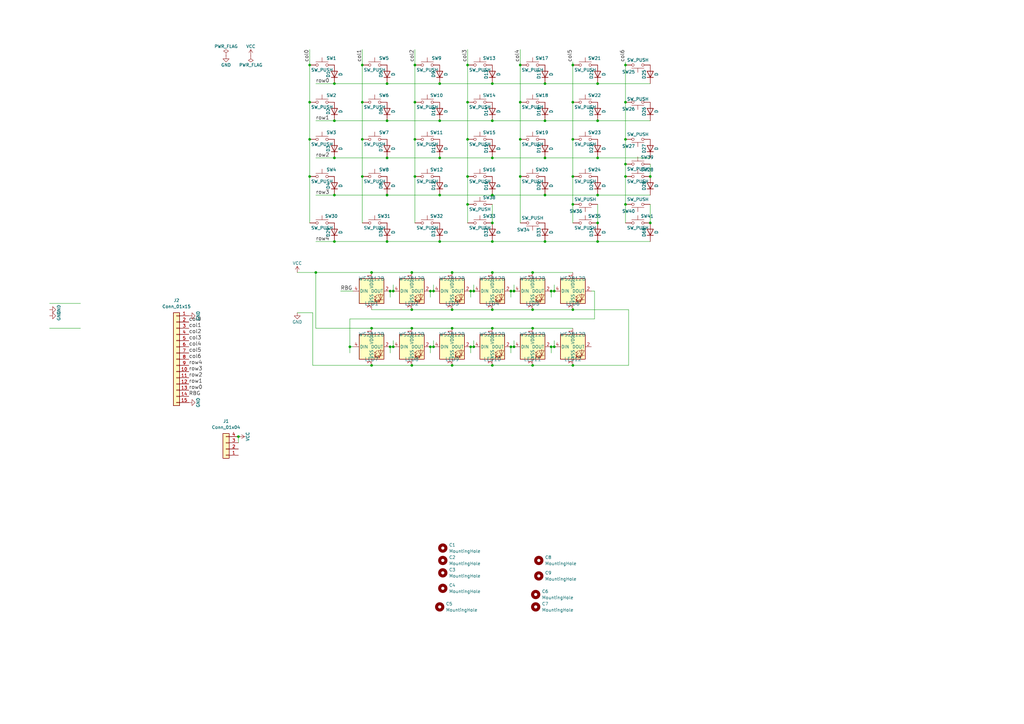
<source format=kicad_sch>
(kicad_sch (version 20211123) (generator eeschema)
  (paper "A3")
  (title_block (title "Dash") (rev "1.0.0-alpha") (company "omkbd"))
  (lib_symbols
    (symbol "Connector_Generic:Conn_01x04" (pin_names (offset 1.016) hide)
      (property "Reference" "J" (at 0 5.08 0))
      (property "Value" "Conn_01x04" (at 0 -7.62 0))
      (symbol "Conn_01x04_1_1"
        (rectangle (start -1.27 -4.953) (end 0 -5.207) (stroke (width 0.1524)))
        (rectangle (start -1.27 -2.413) (end 0 -2.667) (stroke (width 0.1524)))
        (rectangle (start -1.27 0.127) (end 0 -0.127) (stroke (width 0.1524)))
        (rectangle (start -1.27 2.667) (end 0 2.413) (stroke (width 0.1524)))
        (rectangle (start -1.27 3.81) (end 1.27 -6.35) (stroke (width 0.254)) (fill (type background)))
        (pin passive line (at -5.08 2.54 0) (length 3.81) (name "Pin_1") (number "1"))
        (pin passive line (at -5.08 0 0) (length 3.81) (name "Pin_2") (number "2"))
        (pin passive line (at -5.08 -2.54 0) (length 3.81) (name "Pin_3") (number "3"))
        (pin passive line (at -5.08 -5.08 0) (length 3.81) (name "Pin_4") (number "4"))
      )
    )
    (symbol "Connector_Generic:Conn_01x15" (pin_names (offset 1.016) hide)
      (property "Reference" "J" (at 0 20.32 0))
      (property "Value" "Conn_01x15" (at 0 -20.32 0))
      (symbol "Conn_01x15_1_1"
        (rectangle (start -1.27 -17.653) (end 0 -17.907) (stroke (width 0.1524)))
        (rectangle (start -1.27 -15.113) (end 0 -15.367) (stroke (width 0.1524)))
        (rectangle (start -1.27 -12.573) (end 0 -12.827) (stroke (width 0.1524)))
        (rectangle (start -1.27 -10.033) (end 0 -10.287) (stroke (width 0.1524)))
        (rectangle (start -1.27 -7.493) (end 0 -7.747) (stroke (width 0.1524)))
        (rectangle (start -1.27 -4.953) (end 0 -5.207) (stroke (width 0.1524)))
        (rectangle (start -1.27 -2.413) (end 0 -2.667) (stroke (width 0.1524)))
        (rectangle (start -1.27 0.127) (end 0 -0.127) (stroke (width 0.1524)))
        (rectangle (start -1.27 2.667) (end 0 2.413) (stroke (width 0.1524)))
        (rectangle (start -1.27 5.207) (end 0 4.953) (stroke (width 0.1524)))
        (rectangle (start -1.27 7.747) (end 0 7.493) (stroke (width 0.1524)))
        (rectangle (start -1.27 10.287) (end 0 10.033) (stroke (width 0.1524)))
        (rectangle (start -1.27 12.827) (end 0 12.573) (stroke (width 0.1524)))
        (rectangle (start -1.27 15.367) (end 0 15.113) (stroke (width 0.1524)))
        (rectangle (start -1.27 17.907) (end 0 17.653) (stroke (width 0.1524)))
        (rectangle (start -1.27 19.05) (end 1.27 -19.05) (stroke (width 0.254)) (fill (type background)))
        (pin passive line (at -5.08 17.78 0) (length 3.81) (name "Pin_1") (number "1"))
        (pin passive line (at -5.08 -5.08 0) (length 3.81) (name "Pin_10") (number "10"))
        (pin passive line (at -5.08 -7.62 0) (length 3.81) (name "Pin_11") (number "11"))
        (pin passive line (at -5.08 -10.16 0) (length 3.81) (name "Pin_12") (number "12"))
        (pin passive line (at -5.08 -12.7 0) (length 3.81) (name "Pin_13") (number "13"))
        (pin passive line (at -5.08 -15.24 0) (length 3.81) (name "Pin_14") (number "14"))
        (pin passive line (at -5.08 -17.78 0) (length 3.81) (name "Pin_15") (number "15"))
        (pin passive line (at -5.08 15.24 0) (length 3.81) (name "Pin_2") (number "2"))
        (pin passive line (at -5.08 12.7 0) (length 3.81) (name "Pin_3") (number "3"))
        (pin passive line (at -5.08 10.16 0) (length 3.81) (name "Pin_4") (number "4"))
        (pin passive line (at -5.08 7.62 0) (length 3.81) (name "Pin_5") (number "5"))
        (pin passive line (at -5.08 5.08 0) (length 3.81) (name "Pin_6") (number "6"))
        (pin passive line (at -5.08 2.54 0) (length 3.81) (name "Pin_7") (number "7"))
        (pin passive line (at -5.08 0 0) (length 3.81) (name "Pin_8") (number "8"))
        (pin passive line (at -5.08 -2.54 0) (length 3.81) (name "Pin_9") (number "9"))
      )
    )
    (symbol "Device:D" (pin_numbers hide) (pin_names (offset 1.016) hide)
      (property "Reference" "D" (at 0 2.54 0))
      (property "Value" "D" (at 0 -2.54 0))
      (symbol "D_0_1"
        (polyline (pts (xy -1.27 1.27) (xy -1.27 -1.27)) (stroke (width 0.254)))
        (polyline (pts (xy 1.27 0) (xy -1.27 0)))
        (polyline (pts (xy 1.27 1.27) (xy 1.27 -1.27) (xy -1.27 0) (xy 1.27 1.27)) (stroke (width 0.254)))
      )
      (symbol "D_1_1"
        (pin passive line (at -3.81 0 0) (length 2.54) (name "K") (number "1"))
        (pin passive line (at 3.81 0 180) (length 2.54) (name "A") (number "2"))
      )
    )
    (symbol "LED:WS2812B" (pin_names (offset 0.254))
      (property "Reference" "D" (at 5.08 5.715 0))
      (property "Value" "WS2812B" (at 1.27 -5.715 0))
      (symbol "WS2812B_0_0"
        (text "RGB" (at 2.286 -4.191 0) (effects (font (size 0.762 0.762))))
      )
      (symbol "WS2812B_0_1"
        (polyline (pts (xy 1.27 -3.556) (xy 1.778 -3.556)))
        (polyline (pts (xy 1.27 -2.54) (xy 1.778 -2.54)))
        (polyline (pts (xy 4.699 -3.556) (xy 2.667 -3.556)))
        (polyline (pts (xy 2.286 -2.54) (xy 1.27 -3.556) (xy 1.27 -3.048)))
        (polyline (pts (xy 2.286 -1.524) (xy 1.27 -2.54) (xy 1.27 -2.032)))
        (polyline (pts (xy 3.683 -1.016) (xy 3.683 -3.556) (xy 3.683 -4.064)))
        (polyline (pts (xy 4.699 -1.524) (xy 2.667 -1.524) (xy 3.683 -3.556) (xy 4.699 -1.524)))
        (rectangle (start 5.08 5.08) (end -5.08 -5.08) (stroke (width 0.254)) (fill (type background)))
      )
      (symbol "WS2812B_1_1"
        (pin power_in line (at 0 7.62 270) (length 2.54) (name "VDD") (number "1"))
        (pin output line (at 7.62 0 180) (length 2.54) (name "DOUT") (number "2"))
        (pin power_in line (at 0 -7.62 90) (length 2.54) (name "VSS") (number "3"))
        (pin input line (at -7.62 0 0) (length 2.54) (name "DIN") (number "4"))
      )
    )
    (symbol "Mechanical:MountingHole" (pin_names (offset 1.016))
      (property "Reference" "H" (at 0 5.08 0))
      (property "Value" "MountingHole" (at 0 3.175 0))
      (symbol "MountingHole_0_1"
        (circle (center 0 0) (radius 1.27) (stroke (width 1.27)))
      )
    )
    (symbol "Switch:SW_Push" (pin_numbers hide) (pin_names (offset 1.016) hide)
      (property "Reference" "SW" (at 1.27 2.54 0))
      (property "Value" "SW_Push" (at 0 -1.524 0))
      (symbol "SW_Push_0_1"
        (circle (center -2.032 0) (radius 0.508))
        (polyline (pts (xy 0 1.27) (xy 0 3.048)))
        (polyline (pts (xy 2.54 1.27) (xy -2.54 1.27)))
        (circle (center 2.032 0) (radius 0.508))
        (pin passive line (at -5.08 0 0) (length 2.54) (name "1") (number "1"))
        (pin passive line (at 5.08 0 180) (length 2.54) (name "2") (number "2"))
      )
    )
    (symbol "power:GND" (power) (pin_names (offset 0))
      (property "Value" "GND" (at 0 -3.81 0))
      (symbol "GND_0_1"
        (polyline (pts (xy 0 0) (xy 0 -1.27) (xy 1.27 -1.27) (xy 0 -2.54) (xy -1.27 -1.27) (xy 0 -1.27)))
      )
      (symbol "GND_1_1"
        (pin power_in line (at 0 0 270) (length 0) hide (name "GND") (number "1"))
      )
    )
    (symbol "power:PWR_FLAG" (power) (pin_numbers hide) (pin_names (offset 0) hide)
      (property "Value" "PWR_FLAG" (at 0 3.81 0))
      (symbol "PWR_FLAG_0_0"
        (pin power_out line (at 0 0 90) (length 0) (name "pwr") (number "1"))
      )
      (symbol "PWR_FLAG_0_1"
        (polyline (pts (xy 0 0) (xy 0 1.27) (xy -1.016 1.905) (xy 0 2.54) (xy 1.016 1.905) (xy 0 1.27)))
      )
    )
    (symbol "power:VCC" (power) (pin_names (offset 0))
      (property "Value" "VCC" (at 0 3.81 0))
      (symbol "VCC_0_1"
        (polyline (pts (xy -0.762 1.27) (xy 0 2.54)))
        (polyline (pts (xy 0 0) (xy 0 2.54)))
        (polyline (pts (xy 0 2.54) (xy 0.762 1.27)))
      )
      (symbol "VCC_1_1"
        (pin power_in line (at 0 0 90) (length 0) hide (name "VCC") (number "1"))
      )
    )
  )
  (junction (at 148.59 41.91))
  (junction (at 170.18 41.91))
  (junction (at 223.52 64.77))
  (junction (at 152.4 149.86))
  (junction (at 170.18 72.39))
  (junction (at 143.51 142.24))
  (junction (at 218.44 134.62))
  (junction (at 137.16 34.29))
  (junction (at 234.95 41.91))
  (junction (at 176.53 142.24))
  (junction (at 234.95 83.82))
  (junction (at 137.16 99.06))
  (junction (at 180.34 64.77))
  (junction (at 185.42 111.76))
  (junction (at 223.52 80.01))
  (junction (at 160.02 142.24))
  (junction (at 137.16 49.53))
  (junction (at 170.18 57.15))
  (junction (at 266.7 72.39))
  (junction (at 161.29 142.24))
  (junction (at 210.82 119.38))
  (junction (at 218.44 111.76))
  (junction (at 209.55 142.24))
  (junction (at 185.42 134.62))
  (junction (at 201.93 80.01))
  (junction (at 127 57.15))
  (junction (at 158.75 99.06))
  (junction (at 209.55 119.38))
  (junction (at 191.77 41.91))
  (junction (at 152.4 134.62))
  (junction (at 193.04 142.24))
  (junction (at 180.34 99.06))
  (junction (at 191.77 83.82))
  (junction (at 266.7 91.44))
  (junction (at 127 26.67))
  (junction (at 245.11 80.01))
  (junction (at 193.04 119.38))
  (junction (at 245.11 64.77))
  (junction (at 256.54 57.15))
  (junction (at 180.34 34.29))
  (junction (at 168.91 134.62))
  (junction (at 223.52 49.53))
  (junction (at 127 41.91))
  (junction (at 226.06 119.38))
  (junction (at 256.54 83.82))
  (junction (at 234.95 149.86))
  (junction (at 213.36 72.39))
  (junction (at 152.4 111.76))
  (junction (at 137.16 80.01))
  (junction (at 194.31 142.24))
  (junction (at 201.93 64.77))
  (junction (at 97.79 179.07))
  (junction (at 191.77 72.39))
  (junction (at 234.95 57.15))
  (junction (at 245.11 34.29))
  (junction (at 256.54 41.91))
  (junction (at 218.44 127))
  (junction (at 201.93 127))
  (junction (at 176.53 119.38))
  (junction (at 137.16 64.77))
  (junction (at 158.75 49.53))
  (junction (at 213.36 26.67))
  (junction (at 129.54 111.76))
  (junction (at 170.18 26.67))
  (junction (at 180.34 80.01))
  (junction (at 160.02 119.38))
  (junction (at 127 72.39))
  (junction (at 223.52 34.29))
  (junction (at 168.91 111.76))
  (junction (at 148.59 26.67))
  (junction (at 177.8 142.24))
  (junction (at 245.11 99.06))
  (junction (at 158.75 34.29))
  (junction (at 213.36 57.15))
  (junction (at 201.93 149.86))
  (junction (at 201.93 99.06))
  (junction (at 168.91 127))
  (junction (at 185.42 149.86))
  (junction (at 256.54 67.31))
  (junction (at 161.29 119.38))
  (junction (at 245.11 49.53))
  (junction (at 226.06 142.24))
  (junction (at 213.36 41.91))
  (junction (at 256.54 26.67))
  (junction (at 227.33 142.24))
  (junction (at 234.95 127))
  (junction (at 185.42 127))
  (junction (at 191.77 57.15))
  (junction (at 148.59 72.39))
  (junction (at 158.75 64.77))
  (junction (at 245.11 91.44))
  (junction (at 210.82 142.24))
  (junction (at 177.8 119.38))
  (junction (at 201.93 134.62))
  (junction (at 148.59 57.15))
  (junction (at 234.95 72.39))
  (junction (at 201.93 111.76))
  (junction (at 256.54 72.39))
  (junction (at 223.52 99.06))
  (junction (at 234.95 26.67))
  (junction (at 201.93 49.53))
  (junction (at 168.91 149.86))
  (junction (at 201.93 34.29))
  (junction (at 191.77 26.67))
  (junction (at 158.75 80.01))
  (junction (at 201.93 91.44))
  (junction (at 218.44 149.86))
  (junction (at 180.34 49.53))
  (junction (at 194.31 119.38))
  (junction (at 227.33 119.38))
  (wire (pts (xy 191.77 26.67) (xy 191.77 41.91)))
  (wire (pts (xy 201.93 34.29) (xy 223.52 34.29)))
  (wire (pts (xy 213.36 41.91) (xy 213.36 57.15)))
  (wire (pts (xy 160.02 119.38) (xy 160.02 121.92)))
  (wire (pts (xy 170.18 26.67) (xy 170.18 41.91)))
  (wire (pts (xy 201.93 80.01) (xy 223.52 80.01)))
  (wire (pts (xy 210.82 116.84) (xy 210.82 119.38)))
  (wire (pts (xy 201.93 111.76) (xy 218.44 111.76)))
  (wire (pts (xy 143.51 142.24) (xy 143.51 130.81)))
  (wire (pts (xy 193.04 119.38) (xy 193.04 121.92)))
  (wire (pts (xy 148.59 57.15) (xy 148.59 72.39)))
  (wire (pts (xy 161.29 119.38) (xy 160.02 119.38)))
  (wire (pts (xy 121.92 128.27) (xy 128.27 128.27)))
  (wire (pts (xy 129.54 34.29) (xy 137.16 34.29)))
  (wire (pts (xy 121.92 111.76) (xy 129.54 111.76)))
  (wire (pts (xy 129.54 80.01) (xy 137.16 80.01)))
  (wire (pts (xy 256.54 83.82) (xy 256.54 91.44)))
  (wire (pts (xy 223.52 64.77) (xy 245.11 64.77)))
  (wire (pts (xy 242.57 119.38) (xy 243.84 119.38)))
  (wire (pts (xy 257.81 149.86) (xy 257.81 127)))
  (wire (pts (xy 226.06 142.24) (xy 226.06 144.78)))
  (wire (pts (xy 201.93 134.62) (xy 218.44 134.62)))
  (wire (pts (xy 218.44 111.76) (xy 234.95 111.76)))
  (wire (pts (xy 127 57.15) (xy 127 72.39)))
  (wire (pts (xy 137.16 99.06) (xy 158.75 99.06)))
  (wire (pts (xy 234.95 72.39) (xy 234.95 83.82)))
  (wire (pts (xy 213.36 26.67) (xy 213.36 41.91)))
  (wire (pts (xy 176.53 119.38) (xy 176.53 121.92)))
  (wire (pts (xy 161.29 139.7) (xy 161.29 142.24)))
  (wire (pts (xy 127 41.91) (xy 127 57.15)))
  (wire (pts (xy 177.8 119.38) (xy 176.53 119.38)))
  (wire (pts (xy 129.54 64.77) (xy 137.16 64.77)))
  (wire (pts (xy 201.93 83.82) (xy 201.93 91.44)))
  (wire (pts (xy 143.51 144.78) (xy 143.51 142.24)))
  (wire (pts (xy 234.95 41.91) (xy 234.95 57.15)))
  (wire (pts (xy 128.27 149.86) (xy 152.4 149.86)))
  (wire (pts (xy 245.11 99.06) (xy 266.7 99.06)))
  (wire (pts (xy 143.51 130.81) (xy 243.84 130.81)))
  (wire (pts (xy 227.33 139.7) (xy 227.33 142.24)))
  (wire (pts (xy 128.27 128.27) (xy 128.27 149.86)))
  (wire (pts (xy 256.54 67.31) (xy 256.54 72.39)))
  (wire (pts (xy 194.31 142.24) (xy 193.04 142.24)))
  (wire (pts (xy 180.34 34.29) (xy 201.93 34.29)))
  (wire (pts (xy 234.95 26.67) (xy 234.95 41.91)))
  (wire (pts (xy 243.84 130.81) (xy 243.84 119.38)))
  (wire (pts (xy 223.52 99.06) (xy 245.11 99.06)))
  (wire (pts (xy 20.32 134.62) (xy 33.02 134.62)))
  (wire (pts (xy 177.8 139.7) (xy 177.8 142.24)))
  (wire (pts (xy 194.31 139.7) (xy 194.31 142.24)))
  (wire (pts (xy 177.8 142.24) (xy 176.53 142.24)))
  (wire (pts (xy 234.95 83.82) (xy 234.95 91.44)))
  (wire (pts (xy 210.82 139.7) (xy 210.82 142.24)))
  (wire (pts (xy 161.29 142.24) (xy 160.02 142.24)))
  (wire (pts (xy 180.34 49.53) (xy 201.93 49.53)))
  (wire (pts (xy 158.75 34.29) (xy 180.34 34.29)))
  (wire (pts (xy 218.44 149.86) (xy 234.95 149.86)))
  (wire (pts (xy 256.54 57.15) (xy 256.54 67.31)))
  (wire (pts (xy 148.59 20.32) (xy 148.59 26.67)))
  (wire (pts (xy 256.54 25.4) (xy 256.54 26.67)))
  (wire (pts (xy 191.77 41.91) (xy 191.77 57.15)))
  (wire (pts (xy 152.4 111.76) (xy 168.91 111.76)))
  (wire (pts (xy 127 20.32) (xy 127 26.67)))
  (wire (pts (xy 152.4 134.62) (xy 168.91 134.62)))
  (wire (pts (xy 185.42 111.76) (xy 201.93 111.76)))
  (wire (pts (xy 180.34 99.06) (xy 201.93 99.06)))
  (wire (pts (xy 158.75 64.77) (xy 180.34 64.77)))
  (wire (pts (xy 160.02 142.24) (xy 160.02 144.78)))
  (wire (pts (xy 223.52 49.53) (xy 245.11 49.53)))
  (wire (pts (xy 245.11 64.77) (xy 266.7 64.77)))
  (wire (pts (xy 158.75 49.53) (xy 180.34 49.53)))
  (wire (pts (xy 209.55 119.38) (xy 209.55 121.92)))
  (wire (pts (xy 201.93 127) (xy 218.44 127)))
  (wire (pts (xy 152.4 149.86) (xy 168.91 149.86)))
  (wire (pts (xy 176.53 142.24) (xy 176.53 144.78)))
  (wire (pts (xy 194.31 116.84) (xy 194.31 119.38)))
  (wire (pts (xy 139.7 119.38) (xy 144.78 119.38)))
  (wire (pts (xy 213.36 72.39) (xy 213.36 91.44)))
  (wire (pts (xy 234.95 149.86) (xy 257.81 149.86)))
  (wire (pts (xy 245.11 80.01) (xy 266.7 80.01)))
  (wire (pts (xy 256.54 72.39) (xy 256.54 83.82)))
  (wire (pts (xy 223.52 34.29) (xy 245.11 34.29)))
  (wire (pts (xy 137.16 64.77) (xy 158.75 64.77)))
  (wire (pts (xy 158.75 99.06) (xy 180.34 99.06)))
  (wire (pts (xy 234.95 25.4) (xy 234.95 26.67)))
  (wire (pts (xy 143.51 142.24) (xy 144.78 142.24)))
  (wire (pts (xy 168.91 134.62) (xy 185.42 134.62)))
  (wire (pts (xy 161.29 116.84) (xy 161.29 119.38)))
  (wire (pts (xy 152.4 127) (xy 168.91 127)))
  (wire (pts (xy 245.11 91.44) (xy 245.11 83.82)))
  (wire (pts (xy 245.11 34.29) (xy 266.7 34.29)))
  (wire (pts (xy 210.82 119.38) (xy 209.55 119.38)))
  (wire (pts (xy 194.31 119.38) (xy 193.04 119.38)))
  (wire (pts (xy 33.02 124.46) (xy 20.32 124.46)))
  (wire (pts (xy 256.54 41.91) (xy 256.54 57.15)))
  (wire (pts (xy 170.18 57.15) (xy 170.18 72.39)))
  (wire (pts (xy 129.54 99.06) (xy 137.16 99.06)))
  (wire (pts (xy 148.59 26.67) (xy 148.59 41.91)))
  (wire (pts (xy 168.91 127) (xy 185.42 127)))
  (wire (pts (xy 180.34 64.77) (xy 201.93 64.77)))
  (wire (pts (xy 191.77 72.39) (xy 191.77 83.82)))
  (wire (pts (xy 185.42 134.62) (xy 201.93 134.62)))
  (wire (pts (xy 137.16 49.53) (xy 158.75 49.53)))
  (wire (pts (xy 148.59 41.91) (xy 148.59 57.15)))
  (wire (pts (xy 218.44 127) (xy 234.95 127)))
  (wire (pts (xy 185.42 127) (xy 201.93 127)))
  (wire (pts (xy 158.75 80.01) (xy 180.34 80.01)))
  (wire (pts (xy 168.91 149.86) (xy 185.42 149.86)))
  (wire (pts (xy 168.91 111.76) (xy 185.42 111.76)))
  (wire (pts (xy 266.7 67.31) (xy 266.7 72.39)))
  (wire (pts (xy 129.54 111.76) (xy 129.54 134.62)))
  (wire (pts (xy 256.54 26.67) (xy 256.54 41.91)))
  (wire (pts (xy 223.52 80.01) (xy 245.11 80.01)))
  (wire (pts (xy 127 26.67) (xy 127 41.91)))
  (wire (pts (xy 227.33 116.84) (xy 227.33 119.38)))
  (wire (pts (xy 191.77 57.15) (xy 191.77 72.39)))
  (wire (pts (xy 234.95 57.15) (xy 234.95 72.39)))
  (wire (pts (xy 137.16 34.29) (xy 158.75 34.29)))
  (wire (pts (xy 234.95 127) (xy 257.81 127)))
  (wire (pts (xy 129.54 134.62) (xy 152.4 134.62)))
  (wire (pts (xy 245.11 49.53) (xy 266.7 49.53)))
  (wire (pts (xy 227.33 119.38) (xy 226.06 119.38)))
  (wire (pts (xy 193.04 142.24) (xy 193.04 144.78)))
  (wire (pts (xy 180.34 80.01) (xy 201.93 80.01)))
  (wire (pts (xy 129.54 111.76) (xy 152.4 111.76)))
  (wire (pts (xy 170.18 41.91) (xy 170.18 57.15)))
  (wire (pts (xy 191.77 83.82) (xy 191.77 91.44)))
  (wire (pts (xy 209.55 142.24) (xy 209.55 144.78)))
  (wire (pts (xy 137.16 80.01) (xy 158.75 80.01)))
  (wire (pts (xy 148.59 72.39) (xy 148.59 91.44)))
  (wire (pts (xy 129.54 49.53) (xy 137.16 49.53)))
  (wire (pts (xy 227.33 142.24) (xy 226.06 142.24)))
  (wire (pts (xy 170.18 72.39) (xy 170.18 91.44)))
  (wire (pts (xy 185.42 149.86) (xy 201.93 149.86)))
  (wire (pts (xy 97.79 179.07) (xy 97.79 181.61)))
  (wire (pts (xy 127 72.39) (xy 127 91.44)))
  (wire (pts (xy 210.82 142.24) (xy 209.55 142.24)))
  (wire (pts (xy 201.93 149.86) (xy 218.44 149.86)))
  (wire (pts (xy 226.06 119.38) (xy 226.06 121.92)))
  (wire (pts (xy 213.36 20.32) (xy 213.36 26.67)))
  (wire (pts (xy 201.93 99.06) (xy 223.52 99.06)))
  (wire (pts (xy 177.8 116.84) (xy 177.8 119.38)))
  (wire (pts (xy 266.7 91.44) (xy 266.7 83.82)))
  (wire (pts (xy 201.93 64.77) (xy 223.52 64.77)))
  (wire (pts (xy 218.44 134.62) (xy 234.95 134.62)))
  (wire (pts (xy 170.18 20.32) (xy 170.18 26.67)))
  (wire (pts (xy 191.77 20.32) (xy 191.77 26.67)))
  (wire (pts (xy 201.93 49.53) (xy 223.52 49.53)))
  (wire (pts (xy 213.36 57.15) (xy 213.36 72.39)))
  (label "col6" (at 77.47 147.32 0) (effects (font (size 1.524 1.524))))
  (label "col2" (at 170.18 25.4 90) (effects (font (size 1.524 1.524))))
  (label "col0" (at 127 25.4 90) (effects (font (size 1.524 1.524))))
  (label "col3" (at 77.47 139.7 0) (effects (font (size 1.524 1.524))))
  (label "col6" (at 256.54 25.4 90) (effects (font (size 1.524 1.524))))
  (label "row1" (at 129.54 49.53 0) (effects (font (size 1.524 1.524))))
  (label "row0" (at 129.54 34.29 0) (effects (font (size 1.524 1.524))))
  (label "row2" (at 129.54 64.77 0) (effects (font (size 1.524 1.524))))
  (label "row0" (at 77.47 160.02 0) (effects (font (size 1.524 1.524))))
  (label "col2" (at 77.47 137.16 0) (effects (font (size 1.524 1.524))))
  (label "col4" (at 77.47 142.24 0) (effects (font (size 1.524 1.524))))
  (label "row2" (at 77.47 154.94 0) (effects (font (size 1.524 1.524))))
  (label "row4" (at 77.47 149.86 0) (effects (font (size 1.524 1.524))))
  (label "col4" (at 213.36 25.4 90) (effects (font (size 1.524 1.524))))
  (label "col0" (at 77.47 132.08 0) (effects (font (size 1.524 1.524))))
  (label "row1" (at 77.47 157.48 0) (effects (font (size 1.524 1.524))))
  (label "RBG" (at 77.47 162.56 0) (effects (font (size 1.524 1.524))))
  (label "col3" (at 191.77 25.4 90) (effects (font (size 1.524 1.524))))
  (label "row3" (at 77.47 152.4 0) (effects (font (size 1.524 1.524))))
  (label "row4" (at 129.54 99.06 0) (effects (font (size 1.524 1.524))))
  (label "col5" (at 77.47 144.78 0) (effects (font (size 1.524 1.524))))
  (label "row3" (at 129.54 80.01 0) (effects (font (size 1.524 1.524))))
  (label "col5" (at 234.95 25.4 90) (effects (font (size 1.524 1.524))))
  (label "col1" (at 148.59 25.4 90) (effects (font (size 1.524 1.524))))
  (label "RBG" (at 139.7 119.38 0) (effects (font (size 1.524 1.524))))
  (label "col1" (at 77.47 134.62 0) (effects (font (size 1.524 1.524))))
  (symbol (lib_id "Switch:SW_Push") (at 132.08 26.67 0) (unit 1)
    (property "Reference" "SW1" (at 135.89 23.876 0))
    (property "Value" "SW_PUSH" (at 132.08 28.702 0))
    (property "Footprint" "ergodash_2040:Kailh_socket_MX_leftmost" (effects hide))
  )
  (symbol (lib_id "Device:D") (at 137.16 30.48 90) (unit 1)
    (property "Reference" "D1" (at 134.62 30.48 0))
    (property "Value" "D" (at 139.7 30.48 0))
    (property "Footprint" "ergodash_2040:Diode_SMD_reversible" (effects hide))
  )
  (symbol (lib_id "Switch:SW_Push") (at 153.67 26.67 0) (unit 1)
    (property "Reference" "SW5" (at 157.48 23.876 0))
    (property "Value" "SW_PUSH" (at 153.67 28.702 0))
    (property "Footprint" "ergodash_2040:Kailh_socket_MX" (effects hide))
  )
  (symbol (lib_id "Switch:SW_Push") (at 175.26 26.67 0) (unit 1)
    (property "Reference" "SW9" (at 179.07 23.876 0))
    (property "Value" "SW_PUSH" (at 175.26 28.702 0))
    (property "Footprint" "ergodash_2040:Kailh_socket_MX" (effects hide))
  )
  (symbol (lib_id "Switch:SW_Push") (at 196.85 26.67 0) (unit 1)
    (property "Reference" "SW13" (at 200.66 23.876 0))
    (property "Value" "SW_PUSH" (at 196.85 28.702 0))
    (property "Footprint" "ergodash_2040:Kailh_socket_MX" (effects hide))
  )
  (symbol (lib_id "Switch:SW_Push") (at 218.44 26.67 0) (unit 1)
    (property "Reference" "SW17" (at 222.25 23.876 0))
    (property "Value" "SW_PUSH" (at 218.44 28.702 0))
    (property "Footprint" "ergodash_2040:Kailh_socket_MX" (effects hide))
  )
  (symbol (lib_id "Switch:SW_Push") (at 240.03 26.67 0) (unit 1)
    (property "Reference" "SW21" (at 243.84 23.876 0))
    (property "Value" "SW_PUSH" (at 240.03 28.702 0))
    (property "Footprint" "ergodash_2040:Kailh_socket_MX" (effects hide))
  )
  (symbol (lib_id "Switch:SW_Push") (at 261.62 26.67 180) (unit 1)
    (property "Reference" "SW25" (at 257.81 29.464 0))
    (property "Value" "SW_PUSH" (at 261.62 24.638 0))
    (property "Footprint" "ergodash_2040:Kailh_socket_MX_rightmost" (effects hide))
  )
  (symbol (lib_id "Device:D") (at 158.75 30.48 90) (unit 1)
    (property "Reference" "D5" (at 156.21 30.48 0))
    (property "Value" "D" (at 161.29 30.48 0))
    (property "Footprint" "ergodash_2040:Diode_SMD_reversible" (effects hide))
  )
  (symbol (lib_id "Device:D") (at 180.34 30.48 90) (unit 1)
    (property "Reference" "D9" (at 177.8 30.48 0))
    (property "Value" "D" (at 182.88 30.48 0))
    (property "Footprint" "ergodash_2040:Diode_SMD_reversible" (effects hide))
  )
  (symbol (lib_id "Device:D") (at 201.93 30.48 90) (unit 1)
    (property "Reference" "D13" (at 199.39 30.48 0))
    (property "Value" "D" (at 204.47 30.48 0))
    (property "Footprint" "ergodash_2040:Diode_SMD_reversible" (effects hide))
  )
  (symbol (lib_id "Device:D") (at 223.52 30.48 90) (unit 1)
    (property "Reference" "D17" (at 220.98 30.48 0))
    (property "Value" "D" (at 226.06 30.48 0))
    (property "Footprint" "ergodash_2040:Diode_SMD_reversible" (effects hide))
  )
  (symbol (lib_id "Device:D") (at 245.11 30.48 90) (unit 1)
    (property "Reference" "D21" (at 242.57 30.48 0))
    (property "Value" "D" (at 247.65 30.48 0))
    (property "Footprint" "ergodash_2040:Diode_SMD_reversible" (effects hide))
  )
  (symbol (lib_id "Device:D") (at 266.7 30.48 90) (unit 1)
    (property "Reference" "D25" (at 264.16 30.48 0))
    (property "Value" "D" (at 269.24 30.48 0))
    (property "Footprint" "ergodash_2040:Diode_SMD_reversible" (effects hide))
  )
  (symbol (lib_id "Switch:SW_Push") (at 132.08 41.91 0) (unit 1)
    (property "Reference" "SW2" (at 135.89 39.116 0))
    (property "Value" "SW_PUSH" (at 132.08 43.942 0))
    (property "Footprint" "ergodash_2040:Kailh_socket_MX_leftmost" (effects hide))
  )
  (symbol (lib_id "Switch:SW_Push") (at 153.67 41.91 0) (unit 1)
    (property "Reference" "SW6" (at 157.48 39.116 0))
    (property "Value" "SW_PUSH" (at 153.67 43.942 0))
    (property "Footprint" "ergodash_2040:Kailh_socket_MX" (effects hide))
  )
  (symbol (lib_id "Switch:SW_Push") (at 175.26 41.91 0) (unit 1)
    (property "Reference" "SW10" (at 179.07 39.116 0))
    (property "Value" "SW_PUSH" (at 175.26 43.942 0))
    (property "Footprint" "ergodash_2040:Kailh_socket_MX" (effects hide))
  )
  (symbol (lib_id "Switch:SW_Push") (at 196.85 41.91 0) (unit 1)
    (property "Reference" "SW14" (at 200.66 39.116 0))
    (property "Value" "SW_PUSH" (at 196.85 43.942 0))
    (property "Footprint" "ergodash_2040:Kailh_socket_MX" (effects hide))
  )
  (symbol (lib_id "Switch:SW_Push") (at 218.44 41.91 0) (unit 1)
    (property "Reference" "SW18" (at 222.25 39.116 0))
    (property "Value" "SW_PUSH" (at 218.44 43.942 0))
    (property "Footprint" "ergodash_2040:Kailh_socket_MX" (effects hide))
  )
  (symbol (lib_id "Switch:SW_Push") (at 240.03 41.91 0) (unit 1)
    (property "Reference" "SW22" (at 243.84 39.116 0))
    (property "Value" "SW_PUSH" (at 240.03 43.942 0))
    (property "Footprint" "ergodash_2040:Kailh_socket_MX" (effects hide))
  )
  (symbol (lib_id "Switch:SW_Push") (at 261.62 41.91 180) (unit 1)
    (property "Reference" "SW26" (at 257.81 44.704 0))
    (property "Value" "SW_PUSH" (at 261.62 40.64 0))
    (property "Footprint" "ergodash_2040:Kailh_socket_MX_rightmost" (effects hide))
  )
  (symbol (lib_id "Switch:SW_Push") (at 261.62 57.15 180) (unit 1)
    (property "Reference" "SW27" (at 257.81 59.944 0))
    (property "Value" "SW_PUSH" (at 261.62 55.118 0))
    (property "Footprint" "ergodash_2040:Kailh_socket_MX_rightmost" (effects hide))
  )
  (symbol (lib_id "Switch:SW_Push") (at 240.03 57.15 0) (unit 1)
    (property "Reference" "SW23" (at 243.84 54.356 0))
    (property "Value" "SW_PUSH" (at 240.03 59.182 0))
    (property "Footprint" "ergodash_2040:Kailh_socket_MX" (effects hide))
  )
  (symbol (lib_id "Switch:SW_Push") (at 218.44 57.15 0) (unit 1)
    (property "Reference" "SW19" (at 222.25 54.356 0))
    (property "Value" "SW_PUSH" (at 218.44 59.182 0))
    (property "Footprint" "ergodash_2040:Kailh_socket_MX" (effects hide))
  )
  (symbol (lib_id "Switch:SW_Push") (at 196.85 57.15 0) (unit 1)
    (property "Reference" "SW15" (at 200.66 54.356 0))
    (property "Value" "SW_PUSH" (at 196.85 59.182 0))
    (property "Footprint" "ergodash_2040:Kailh_socket_MX" (effects hide))
  )
  (symbol (lib_id "Switch:SW_Push") (at 175.26 57.15 0) (unit 1)
    (property "Reference" "SW11" (at 179.07 54.356 0))
    (property "Value" "SW_PUSH" (at 175.26 59.182 0))
    (property "Footprint" "ergodash_2040:Kailh_socket_MX" (effects hide))
  )
  (symbol (lib_id "Switch:SW_Push") (at 153.67 57.15 0) (unit 1)
    (property "Reference" "SW7" (at 157.48 54.356 0))
    (property "Value" "SW_PUSH" (at 153.67 59.182 0))
    (property "Footprint" "ergodash_2040:Kailh_socket_MX" (effects hide))
  )
  (symbol (lib_id "Switch:SW_Push") (at 132.08 57.15 0) (unit 1)
    (property "Reference" "SW3" (at 135.89 54.356 0))
    (property "Value" "SW_PUSH" (at 132.08 59.182 0))
    (property "Footprint" "ergodash_2040:Kailh_socket_MX_leftmost" (effects hide))
  )
  (symbol (lib_id "Switch:SW_Push") (at 132.08 72.39 0) (unit 1)
    (property "Reference" "SW4" (at 135.89 69.596 0))
    (property "Value" "SW_PUSH" (at 132.08 74.422 0))
    (property "Footprint" "ergodash_2040:Kailh_socket_MX_leftmost" (effects hide))
  )
  (symbol (lib_id "Switch:SW_Push") (at 153.67 72.39 0) (unit 1)
    (property "Reference" "SW8" (at 157.48 69.596 0))
    (property "Value" "SW_PUSH" (at 153.67 74.422 0))
    (property "Footprint" "ergodash_2040:Kailh_socket_MX" (effects hide))
  )
  (symbol (lib_id "Switch:SW_Push") (at 175.26 72.39 0) (unit 1)
    (property "Reference" "SW12" (at 179.07 69.596 0))
    (property "Value" "SW_PUSH" (at 175.26 74.422 0))
    (property "Footprint" "ergodash_2040:Kailh_socket_MX" (effects hide))
  )
  (symbol (lib_id "Switch:SW_Push") (at 196.85 72.39 0) (unit 1)
    (property "Reference" "SW16" (at 200.66 69.596 0))
    (property "Value" "SW_PUSH" (at 196.85 74.422 0))
    (property "Footprint" "ergodash_2040:Kailh_socket_MX" (effects hide))
  )
  (symbol (lib_id "Switch:SW_Push") (at 218.44 72.39 0) (unit 1)
    (property "Reference" "SW20" (at 222.25 69.596 0))
    (property "Value" "SW_PUSH" (at 218.44 74.422 0))
    (property "Footprint" "ergodash_2040:Kailh_socket_MX" (effects hide))
  )
  (symbol (lib_id "Switch:SW_Push") (at 240.03 72.39 0) (unit 1)
    (property "Reference" "SW24" (at 243.84 69.596 0))
    (property "Value" "SW_PUSH" (at 240.03 74.422 0))
    (property "Footprint" "ergodash_2040:Kailh_socket_MX" (effects hide))
  )
  (symbol (lib_id "Switch:SW_Push") (at 261.62 72.39 0) (unit 1)
    (property "Reference" "SW28" (at 265.43 69.596 0))
    (property "Value" "SW_PUSH" (at 261.62 74.422 0))
    (property "Footprint" "ergodash_2040:Kailh_socket_MX_rightmost" (effects hide))
  )
  (symbol (lib_id "Device:D") (at 137.16 45.72 90) (unit 1)
    (property "Reference" "D2" (at 134.62 45.72 0))
    (property "Value" "D" (at 139.7 45.72 0))
    (property "Footprint" "ergodash_2040:Diode_SMD_reversible" (effects hide))
  )
  (symbol (lib_id "Device:D") (at 158.75 45.72 90) (unit 1)
    (property "Reference" "D6" (at 156.21 45.72 0))
    (property "Value" "D" (at 161.29 45.72 0))
    (property "Footprint" "ergodash_2040:Diode_SMD_reversible" (effects hide))
  )
  (symbol (lib_id "Device:D") (at 180.34 45.72 90) (unit 1)
    (property "Reference" "D10" (at 177.8 45.72 0))
    (property "Value" "D" (at 182.88 45.72 0))
    (property "Footprint" "ergodash_2040:Diode_SMD_reversible" (effects hide))
  )
  (symbol (lib_id "Device:D") (at 201.93 45.72 90) (unit 1)
    (property "Reference" "D14" (at 199.39 45.72 0))
    (property "Value" "D" (at 204.47 45.72 0))
    (property "Footprint" "ergodash_2040:Diode_SMD_reversible" (effects hide))
  )
  (symbol (lib_id "Device:D") (at 223.52 45.72 90) (unit 1)
    (property "Reference" "D18" (at 220.98 45.72 0))
    (property "Value" "D" (at 226.06 45.72 0))
    (property "Footprint" "ergodash_2040:Diode_SMD_reversible" (effects hide))
  )
  (symbol (lib_id "Device:D") (at 245.11 45.72 90) (unit 1)
    (property "Reference" "D22" (at 242.57 45.72 0))
    (property "Value" "D" (at 247.65 45.72 0))
    (property "Footprint" "ergodash_2040:Diode_SMD_reversible" (effects hide))
  )
  (symbol (lib_id "Device:D") (at 266.7 45.72 90) (unit 1)
    (property "Reference" "D26" (at 264.16 45.72 0))
    (property "Value" "D" (at 269.24 45.72 0))
    (property "Footprint" "ergodash_2040:Diode_SMD_reversible" (effects hide))
  )
  (symbol (lib_id "Device:D") (at 266.7 60.96 90) (unit 1)
    (property "Reference" "D27" (at 264.16 60.96 0))
    (property "Value" "D" (at 269.24 60.96 0))
    (property "Footprint" "ergodash_2040:Diode_SMD_reversible" (effects hide))
  )
  (symbol (lib_id "Device:D") (at 245.11 60.96 90) (unit 1)
    (property "Reference" "D23" (at 242.57 60.96 0))
    (property "Value" "D" (at 247.65 60.96 0))
    (property "Footprint" "ergodash_2040:Diode_SMD_reversible" (effects hide))
  )
  (symbol (lib_id "Device:D") (at 223.52 60.96 90) (unit 1)
    (property "Reference" "D19" (at 220.98 60.96 0))
    (property "Value" "D" (at 226.06 60.96 0))
    (property "Footprint" "ergodash_2040:Diode_SMD_reversible" (effects hide))
  )
  (symbol (lib_id "Device:D") (at 201.93 60.96 90) (unit 1)
    (property "Reference" "D15" (at 199.39 60.96 0))
    (property "Value" "D" (at 204.47 60.96 0))
    (property "Footprint" "ergodash_2040:Diode_SMD_reversible" (effects hide))
  )
  (symbol (lib_id "Device:D") (at 180.34 60.96 90) (unit 1)
    (property "Reference" "D11" (at 177.8 60.96 0))
    (property "Value" "D" (at 182.88 60.96 0))
    (property "Footprint" "ergodash_2040:Diode_SMD_reversible" (effects hide))
  )
  (symbol (lib_id "Device:D") (at 158.75 60.96 90) (unit 1)
    (property "Reference" "D7" (at 156.21 60.96 0))
    (property "Value" "D" (at 161.29 60.96 0))
    (property "Footprint" "ergodash_2040:Diode_SMD_reversible" (effects hide))
  )
  (symbol (lib_id "Device:D") (at 137.16 60.96 90) (unit 1)
    (property "Reference" "D3" (at 134.62 60.96 0))
    (property "Value" "D" (at 139.7 60.96 0))
    (property "Footprint" "ergodash_2040:Diode_SMD_reversible" (effects hide))
  )
  (symbol (lib_id "Device:D") (at 137.16 76.2 90) (unit 1)
    (property "Reference" "D4" (at 134.62 76.2 0))
    (property "Value" "D" (at 139.7 76.2 0))
    (property "Footprint" "ergodash_2040:Diode_SMD_reversible" (effects hide))
  )
  (symbol (lib_id "Device:D") (at 158.75 76.2 90) (unit 1)
    (property "Reference" "D8" (at 156.21 76.2 0))
    (property "Value" "D" (at 161.29 76.2 0))
    (property "Footprint" "ergodash_2040:Diode_SMD_reversible" (effects hide))
  )
  (symbol (lib_id "Device:D") (at 180.34 76.2 90) (unit 1)
    (property "Reference" "D12" (at 177.8 76.2 0))
    (property "Value" "D" (at 182.88 76.2 0))
    (property "Footprint" "ergodash_2040:Diode_SMD_reversible" (effects hide))
  )
  (symbol (lib_id "Device:D") (at 201.93 76.2 90) (unit 1)
    (property "Reference" "D16" (at 199.39 76.2 0))
    (property "Value" "D" (at 204.47 76.2 0))
    (property "Footprint" "ergodash_2040:Diode_SMD_reversible" (effects hide))
  )
  (symbol (lib_id "Device:D") (at 223.52 76.2 90) (unit 1)
    (property "Reference" "D20" (at 220.98 76.2 0))
    (property "Value" "D" (at 226.06 76.2 0))
    (property "Footprint" "ergodash_2040:Diode_SMD_reversible" (effects hide))
  )
  (symbol (lib_id "Device:D") (at 245.11 76.2 90) (unit 1)
    (property "Reference" "D24" (at 242.57 76.2 0))
    (property "Value" "D" (at 247.65 76.2 0))
    (property "Footprint" "ergodash_2040:Diode_SMD_reversible" (effects hide))
  )
  (symbol (lib_id "Device:D") (at 266.7 76.2 90) (unit 1)
    (property "Reference" "D28" (at 264.16 76.2 0))
    (property "Value" "D" (at 269.24 76.2 0))
    (property "Footprint" "ergodash_2040:Diode_SMD_reversible" (effects hide))
  )
  (symbol (lib_id "power:PWR_FLAG") (at 92.71 22.86 0) (unit 1)
    (property "Reference" "#FLG09" (effects hide))
    (property "Value" "PWR_FLAG" (at 92.71 19.05 0))
  )
  (symbol (lib_id "power:PWR_FLAG") (at 102.87 22.86 180) (unit 1)
    (property "Reference" "#FLG010" (effects hide))
    (property "Value" "PWR_FLAG" (at 102.87 26.67 0))
  )
  (symbol (lib_id "power:GND") (at 92.71 22.86 0) (unit 1)
    (property "Reference" "#PWR011" (effects hide))
    (property "Value" "GND" (at 92.71 26.67 0))
  )
  (symbol (lib_id "power:VCC") (at 102.87 22.86 0) (unit 1)
    (property "Reference" "#PWR012" (effects hide))
    (property "Value" "VCC" (at 102.87 19.05 0))
  )
  (symbol (lib_id "Switch:SW_Push") (at 132.08 91.44 0) (unit 1)
    (property "Reference" "SW30" (at 135.89 88.646 0))
    (property "Value" "SW_PUSH" (at 132.08 93.472 0))
    (property "Footprint" "ergodash_2040:Kailh_socket_MX_leftmost" (effects hide))
  )
  (symbol (lib_id "Switch:SW_Push") (at 153.67 91.44 0) (unit 1)
    (property "Reference" "SW31" (at 157.48 88.646 0))
    (property "Value" "SW_PUSH" (at 153.67 93.472 0))
    (property "Footprint" "ergodash_2040:Kailh_socket_MX" (effects hide))
  )
  (symbol (lib_id "Switch:SW_Push") (at 175.26 91.44 0) (unit 1)
    (property "Reference" "SW32" (at 179.07 88.646 0))
    (property "Value" "SW_PUSH" (at 175.26 93.472 0))
    (property "Footprint" "ergodash_2040:Kailh_socket_MX" (effects hide))
  )
  (symbol (lib_id "Switch:SW_Push") (at 196.85 91.44 0) (unit 1)
    (property "Reference" "SW33" (at 200.66 88.646 0))
    (property "Value" "SW_PUSH" (at 196.85 93.472 0))
    (property "Footprint" "ergodash_2040:Kailh_socket_MX" (effects hide))
  )
  (symbol (lib_id "Switch:SW_Push") (at 218.44 91.44 180) (unit 1)
    (property "Reference" "SW34" (at 214.63 94.234 0))
    (property "Value" "SW_PUSH" (at 218.44 89.408 0))
    (property "Footprint" "ergodash_2040:Kailh_socket_MX" (effects hide))
  )
  (symbol (lib_id "Switch:SW_Push") (at 240.03 91.44 0) (unit 1)
    (property "Reference" "SW35" (at 243.84 88.646 0))
    (property "Value" "SW_PUSH" (at 240.03 93.472 0))
    (property "Footprint" "ergodash_2040:Kailh_socket_MX" (effects hide))
  )
  (symbol (lib_id "Device:D") (at 137.16 95.25 90) (unit 1)
    (property "Reference" "D29" (at 134.62 95.25 0))
    (property "Value" "D" (at 139.7 95.25 0))
    (property "Footprint" "ergodash_2040:Diode_SMD_reversible" (effects hide))
  )
  (symbol (lib_id "Device:D") (at 158.75 95.25 90) (unit 1)
    (property "Reference" "D30" (at 156.21 95.25 0))
    (property "Value" "D" (at 161.29 95.25 0))
    (property "Footprint" "ergodash_2040:Diode_SMD_reversible" (effects hide))
  )
  (symbol (lib_id "Device:D") (at 180.34 95.25 90) (unit 1)
    (property "Reference" "D31" (at 177.8 95.25 0))
    (property "Value" "D" (at 182.88 95.25 0))
    (property "Footprint" "ergodash_2040:Diode_SMD_reversible" (effects hide))
  )
  (symbol (lib_id "Device:D") (at 201.93 95.25 90) (unit 1)
    (property "Reference" "D32" (at 199.39 95.25 0))
    (property "Value" "D" (at 204.47 95.25 0))
    (property "Footprint" "ergodash_2040:Diode_SMD_reversible" (effects hide))
  )
  (symbol (lib_id "Device:D") (at 223.52 95.25 90) (unit 1)
    (property "Reference" "D33" (at 220.98 95.25 0))
    (property "Value" "D" (at 226.06 95.25 0))
    (property "Footprint" "ergodash_2040:Diode_SMD_reversible" (effects hide))
  )
  (symbol (lib_id "Device:D") (at 245.11 95.25 90) (unit 1)
    (property "Reference" "D34" (at 242.57 95.25 0))
    (property "Value" "D" (at 247.65 95.25 0))
    (property "Footprint" "ergodash_2040:Diode_SMD_reversible" (effects hide))
  )
  (symbol (lib_id "power:GND") (at 20.32 127 90) (mirror x) (unit 1)
    (property "Reference" "#PWR020" (effects hide))
    (property "Value" "GND" (at 24.13 127 0))
  )
  (symbol (lib_id "power:GND") (at 20.32 129.54 90) (mirror x) (unit 1)
    (property "Reference" "#PWR021" (effects hide))
    (property "Value" "GND" (at 24.13 129.54 0))
  )
  (symbol (lib_id "Switch:SW_Push") (at 240.03 83.82 180) (unit 1)
    (property "Reference" "SW36" (at 236.22 86.614 0))
    (property "Value" "SW_PUSH" (at 240.03 81.788 0))
    (property "Footprint" "ergodash_2040:Kailh_socket_MX" (effects hide))
  )
  (symbol (lib_id "LED:WS2812B") (at 168.91 119.38 0) (unit 1)
    (property "Reference" "LED2" (at 168.91 124.46 0) (effects (font (size 1.524 1.524))))
    (property "Value" "WS2812B" (at 168.91 114.3 0) (effects (font (size 1.524 1.524))))
    (property "Footprint" "ergodash_2040:WS2812B-5" (effects hide))
    (property "Datasheet" "https://cdn-shop.adafruit.com/datasheets/WS2812B.pdf" (effects hide))
  )
  (symbol (lib_id "LED:WS2812B") (at 185.42 119.38 0) (unit 1)
    (property "Reference" "LED3" (at 185.42 124.46 0) (effects (font (size 1.524 1.524))))
    (property "Value" "WS2812B" (at 185.42 114.3 0) (effects (font (size 1.524 1.524))))
    (property "Footprint" "ergodash_2040:WS2812B-5" (effects hide))
    (property "Datasheet" "https://cdn-shop.adafruit.com/datasheets/WS2812B.pdf" (effects hide))
  )
  (symbol (lib_id "LED:WS2812B") (at 201.93 119.38 0) (unit 1)
    (property "Reference" "LED4" (at 201.93 124.46 0) (effects (font (size 1.524 1.524))))
    (property "Value" "WS2812B" (at 201.93 114.3 0) (effects (font (size 1.524 1.524))))
    (property "Footprint" "ergodash_2040:WS2812B-5" (effects hide))
    (property "Datasheet" "https://cdn-shop.adafruit.com/datasheets/WS2812B.pdf" (effects hide))
  )
  (symbol (lib_id "LED:WS2812B") (at 218.44 119.38 0) (unit 1)
    (property "Reference" "LED5" (at 218.44 124.46 0) (effects (font (size 1.524 1.524))))
    (property "Value" "WS2812B" (at 218.44 114.3 0) (effects (font (size 1.524 1.524))))
    (property "Footprint" "ergodash_2040:WS2812B-5" (effects hide))
    (property "Datasheet" "https://cdn-shop.adafruit.com/datasheets/WS2812B.pdf" (effects hide))
  )
  (symbol (lib_id "LED:WS2812B") (at 234.95 119.38 0) (unit 1)
    (property "Reference" "LED6" (at 234.95 124.46 0) (effects (font (size 1.524 1.524))))
    (property "Value" "WS2812B" (at 234.95 114.3 0) (effects (font (size 1.524 1.524))))
    (property "Footprint" "ergodash_2040:WS2812B-5" (effects hide))
    (property "Datasheet" "https://cdn-shop.adafruit.com/datasheets/WS2812B.pdf" (effects hide))
  )
  (symbol (lib_id "LED:WS2812B") (at 152.4 142.24 0) (unit 1)
    (property "Reference" "LED7" (at 152.4 147.32 0) (effects (font (size 1.524 1.524))))
    (property "Value" "WS2812B" (at 152.4 137.16 0) (effects (font (size 1.524 1.524))))
    (property "Footprint" "ergodash_2040:WS2812B-5" (effects hide))
    (property "Datasheet" "https://cdn-shop.adafruit.com/datasheets/WS2812B.pdf" (effects hide))
  )
  (symbol (lib_id "LED:WS2812B") (at 168.91 142.24 0) (unit 1)
    (property "Reference" "LED8" (at 168.91 147.32 0) (effects (font (size 1.524 1.524))))
    (property "Value" "WS2812B" (at 168.91 137.16 0) (effects (font (size 1.524 1.524))))
    (property "Footprint" "ergodash_2040:WS2812B-5" (effects hide))
    (property "Datasheet" "https://cdn-shop.adafruit.com/datasheets/WS2812B.pdf" (effects hide))
  )
  (symbol (lib_id "LED:WS2812B") (at 185.42 142.24 0) (unit 1)
    (property "Reference" "LED9" (at 185.42 147.32 0) (effects (font (size 1.524 1.524))))
    (property "Value" "WS2812B" (at 185.42 137.16 0) (effects (font (size 1.524 1.524))))
    (property "Footprint" "ergodash_2040:WS2812B-5" (effects hide))
    (property "Datasheet" "https://cdn-shop.adafruit.com/datasheets/WS2812B.pdf" (effects hide))
  )
  (symbol (lib_id "LED:WS2812B") (at 201.93 142.24 0) (unit 1)
    (property "Reference" "LED10" (at 201.93 147.32 0) (effects (font (size 1.524 1.524))))
    (property "Value" "WS2812B" (at 201.93 137.16 0) (effects (font (size 1.524 1.524))))
    (property "Footprint" "ergodash_2040:WS2812B-5" (effects hide))
    (property "Datasheet" "https://cdn-shop.adafruit.com/datasheets/WS2812B.pdf" (effects hide))
  )
  (symbol (lib_id "LED:WS2812B") (at 218.44 142.24 0) (unit 1)
    (property "Reference" "LED11" (at 218.44 147.32 0) (effects (font (size 1.524 1.524))))
    (property "Value" "WS2812B" (at 218.44 137.16 0) (effects (font (size 1.524 1.524))))
    (property "Footprint" "ergodash_2040:WS2812B-5" (effects hide))
    (property "Datasheet" "https://cdn-shop.adafruit.com/datasheets/WS2812B.pdf" (effects hide))
  )
  (symbol (lib_id "LED:WS2812B") (at 234.95 142.24 0) (unit 1)
    (property "Reference" "LED12" (at 234.95 147.32 0) (effects (font (size 1.524 1.524))))
    (property "Value" "WS2812B" (at 234.95 137.16 0) (effects (font (size 1.524 1.524))))
    (property "Footprint" "ergodash_2040:WS2812B-5" (effects hide))
    (property "Datasheet" "https://cdn-shop.adafruit.com/datasheets/WS2812B.pdf" (effects hide))
  )
  (symbol (lib_id "Switch:SW_Push") (at 196.85 83.82 0) (unit 1)
    (property "Reference" "SW38" (at 200.66 81.026 0))
    (property "Value" "SW_PUSH" (at 196.85 85.852 0))
    (property "Footprint" "ergodash_2040:Kailh_socket_MX" (effects hide))
  )
  (symbol (lib_id "Switch:SW_Push") (at 261.62 91.44 0) (unit 1)
    (property "Reference" "SW41" (at 265.43 88.646 0))
    (property "Value" "SW_PUSH" (at 261.62 93.472 0))
    (property "Footprint" "ergodash_2040:Kailh_socket_MX" (effects hide))
  )
  (symbol (lib_id "Device:D") (at 266.7 95.25 90) (unit 1)
    (property "Reference" "D68" (at 264.16 95.25 0))
    (property "Value" "D" (at 269.24 95.25 0))
    (property "Footprint" "ergodash_2040:Diode_SMD_reversible" (effects hide))
  )
  (symbol (lib_id "Switch:SW_Push") (at 261.62 83.82 180) (unit 1)
    (property "Reference" "SW40" (at 257.81 86.614 0))
    (property "Value" "SW_PUSH" (at 261.62 81.788 0))
    (property "Footprint" "ergodash_2040:Kailh_socket_MX" (effects hide))
  )
  (symbol (lib_id "Switch:SW_Push") (at 261.62 67.31 0) (unit 1)
    (property "Reference" "SW39" (at 265.43 64.516 0))
    (property "Value" "SW_PUSH" (at 261.62 69.342 0))
    (property "Footprint" "ergodash_2040:Kailh_socket_MX" (effects hide))
  )
  (symbol (lib_id "Mechanical:MountingHole") (at 220.98 236.22 0) (unit 1)
    (property "Reference" "C9" (at 223.52 234.9499 0) (effects (justify left)))
    (property "Value" "MountingHole" (at 223.52 237.4899 0) (effects (justify left)))
    (property "Footprint" "ergodash_2040:Plate_MountingHole_cut" (effects hide))
  )
  (symbol (lib_id "Mechanical:MountingHole") (at 181.61 234.95 0) (unit 1)
    (property "Reference" "C3" (at 184.15 233.6799 0) (effects (justify left)))
    (property "Value" "MountingHole" (at 184.15 236.2199 0) (effects (justify left)))
    (property "Footprint" "ergodash_2040:Plate_MountingHole_cut" (effects hide))
  )
  (symbol (lib_id "Mechanical:MountingHole") (at 220.98 229.87 0) (unit 1)
    (property "Reference" "C8" (at 223.52 228.5999 0) (effects (justify left)))
    (property "Value" "MountingHole" (at 223.52 231.1399 0) (effects (justify left)))
    (property "Footprint" "ergodash_2040:Plate_MountingHole_cut" (effects hide))
  )
  (symbol (lib_id "Mechanical:MountingHole") (at 180.34 248.92 0) (unit 1)
    (property "Reference" "C5" (at 182.88 247.6499 0) (effects (justify left)))
    (property "Value" "MountingHole" (at 182.88 250.1899 0) (effects (justify left)))
    (property "Footprint" "ergodash_2040:Plate_MountingHole_cut" (effects hide))
  )
  (symbol (lib_id "Connector_Generic:Conn_01x04") (at 92.71 184.15 180) (unit 1)
    (property "Reference" "J1" (at 92.71 172.72 0))
    (property "Value" "Conn_01x04" (at 92.71 175.26 0))
  )
  (symbol (lib_id "power:VCC") (at 121.92 111.76 0) (unit 1)
    (property "Reference" "#PWR0101" (effects hide))
    (property "Value" "VCC" (at 121.92 107.95 0))
  )
  (symbol (lib_id "Mechanical:MountingHole") (at 181.61 229.87 0) (unit 1)
    (property "Reference" "C2" (at 184.15 228.5999 0) (effects (justify left)))
    (property "Value" "MountingHole" (at 184.15 231.1399 0) (effects (justify left)))
    (property "Footprint" "ergodash_2040:Plate_MountingHole_cut" (effects hide))
  )
  (symbol (lib_id "power:GND") (at 77.47 129.54 90) (unit 1)
    (property "Reference" "#PWR0103" (effects hide))
    (property "Value" "GND" (at 81.28 129.54 0))
  )
  (symbol (lib_id "power:VCC") (at 97.79 179.07 270) (unit 1)
    (property "Reference" "#PWR0104" (effects hide))
    (property "Value" "VCC" (at 101.6 179.07 0))
  )
  (symbol (lib_id "Mechanical:MountingHole") (at 219.71 243.84 0) (unit 1)
    (property "Reference" "C6" (at 222.25 242.5699 0) (effects (justify left)))
    (property "Value" "MountingHole" (at 222.25 245.1099 0) (effects (justify left)))
    (property "Footprint" "ergodash_2040:Plate_MountingHole_cut" (effects hide))
  )
  (symbol (lib_id "power:GND") (at 77.47 165.1 90) (unit 1)
    (property "Reference" "#PWR0105" (effects hide))
    (property "Value" "GND" (at 81.28 165.1 0))
  )
  (symbol (lib_id "Mechanical:MountingHole") (at 181.61 224.79 0) (unit 1)
    (property "Reference" "C1" (at 184.15 223.5199 0) (effects (justify left)))
    (property "Value" "MountingHole" (at 184.15 226.0599 0) (effects (justify left)))
    (property "Footprint" "ergodash_2040:Plate_MountingHole_cut" (effects hide))
  )
  (symbol (lib_id "Mechanical:MountingHole") (at 181.61 241.3 0) (unit 1)
    (property "Reference" "C4" (at 184.15 240.0299 0) (effects (justify left)))
    (property "Value" "MountingHole" (at 184.15 242.5699 0) (effects (justify left)))
    (property "Footprint" "ergodash_2040:Plate_MountingHole_cut" (effects hide))
  )
  (symbol (lib_id "LED:WS2812B") (at 152.4 119.38 0) (unit 1)
    (property "Reference" "LED1" (at 152.4 124.46 0) (effects (font (size 1.524 1.524))))
    (property "Value" "WS2812B" (at 152.4 114.3 0) (effects (font (size 1.524 1.524))))
    (property "Footprint" "ergodash_2040:WS2812B-5" (effects hide))
    (property "Datasheet" "https://cdn-shop.adafruit.com/datasheets/WS2812B.pdf" (effects hide))
  )
  (symbol (lib_id "Mechanical:MountingHole") (at 219.71 248.92 0) (unit 1)
    (property "Reference" "C7" (at 222.25 247.6499 0) (effects (justify left)))
    (property "Value" "MountingHole" (at 222.25 250.1899 0) (effects (justify left)))
    (property "Footprint" "ergodash_2040:Plate_MountingHole_cut" (effects hide))
  )
  (symbol (lib_id "power:GND") (at 121.92 128.27 0) (unit 1)
    (property "Reference" "#PWR0102" (effects hide))
    (property "Value" "GND" (at 121.92 132.08 0))
  )
  (symbol (lib_id "Connector_Generic:Conn_01x15") (at 72.39 147.32 0) (mirror y) (unit 1)
    (property "Reference" "J2" (at 72.39 123.19 0))
    (property "Value" "Conn_01x15" (at 72.39 125.73 0))
    (property "Footprint" "Connector_FFC-FPC:Molex_502244-1530_1x15-1MP_P0.5mm_Horizontal" (effects hide))
  )
)
</source>
